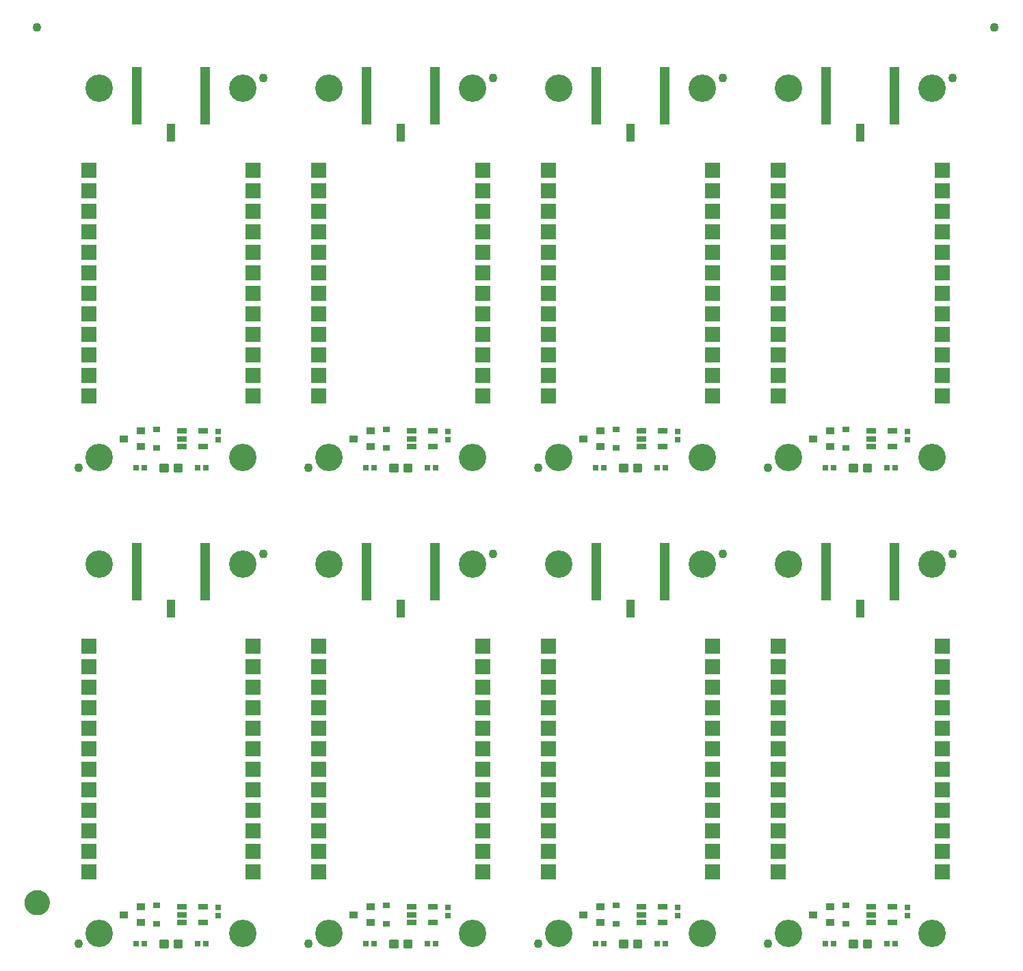
<source format=gts>
G04 EAGLE Gerber RS-274X export*
G75*
%MOMM*%
%FSLAX34Y34*%
%LPD*%
%INSoldermask Top*%
%IPPOS*%
%AMOC8*
5,1,8,0,0,1.08239X$1,22.5*%
G01*
%ADD10C,3.402000*%
%ADD11C,1.100000*%
%ADD12R,0.700000X0.700000*%
%ADD13C,0.396000*%
%ADD14R,1.250000X7.100000*%
%ADD15R,1.000000X2.300000*%
%ADD16R,1.878000X1.878000*%
%ADD17R,1.300000X0.650000*%
%ADD18R,0.930000X0.730000*%
%ADD19R,1.000000X0.900000*%
%ADD20C,1.270000*%
%ADD21C,1.600000*%


D10*
X50800Y25400D03*
X228600Y25400D03*
X228600Y482600D03*
X50800Y482600D03*
X335280Y25400D03*
X513080Y25400D03*
X513080Y482600D03*
X335280Y482600D03*
X619760Y25400D03*
X797560Y25400D03*
X797560Y482600D03*
X619760Y482600D03*
X904240Y25400D03*
X1082040Y25400D03*
X1082040Y482600D03*
X904240Y482600D03*
X50800Y614680D03*
X228600Y614680D03*
X228600Y1071880D03*
X50800Y1071880D03*
X335280Y614680D03*
X513080Y614680D03*
X513080Y1071880D03*
X335280Y1071880D03*
X619760Y614680D03*
X797560Y614680D03*
X797560Y1071880D03*
X619760Y1071880D03*
X904240Y614680D03*
X1082040Y614680D03*
X1082040Y1071880D03*
X904240Y1071880D03*
D11*
X254000Y495300D03*
X25400Y12700D03*
D12*
X172800Y12700D03*
X182800Y12700D03*
D13*
X134450Y16220D02*
X134450Y9180D01*
X127410Y9180D01*
X127410Y16220D01*
X134450Y16220D01*
X134450Y12942D02*
X127410Y12942D01*
X151990Y16220D02*
X151990Y9180D01*
X144950Y9180D01*
X144950Y16220D01*
X151990Y16220D01*
X151990Y12942D02*
X144950Y12942D01*
D14*
X97200Y473000D03*
D15*
X139700Y427000D03*
D14*
X182200Y473000D03*
D16*
X38100Y381000D03*
X38100Y355600D03*
X38100Y330200D03*
X38100Y304800D03*
X38100Y279400D03*
X38100Y254000D03*
X38100Y228600D03*
X38100Y203200D03*
X38100Y177800D03*
X38100Y152400D03*
X38100Y127000D03*
X38100Y101600D03*
X241300Y101600D03*
X241300Y127000D03*
X241300Y152400D03*
X241300Y177800D03*
X241300Y203200D03*
X241300Y228600D03*
X241300Y254000D03*
X241300Y279400D03*
X241300Y304800D03*
X241300Y330200D03*
X241300Y355600D03*
X241300Y381000D03*
D17*
X153369Y57760D03*
X153369Y48260D03*
X153369Y38760D03*
X179371Y38760D03*
X179371Y57760D03*
D12*
X198120Y57070D03*
X198120Y47070D03*
D18*
X121920Y59760D03*
X121920Y36760D03*
D19*
X102710Y38760D03*
X102710Y57760D03*
X81710Y48260D03*
D12*
X106600Y12700D03*
X96600Y12700D03*
D11*
X538480Y495300D03*
X309880Y12700D03*
D12*
X457280Y12700D03*
X467280Y12700D03*
D13*
X418930Y16220D02*
X418930Y9180D01*
X411890Y9180D01*
X411890Y16220D01*
X418930Y16220D01*
X418930Y12942D02*
X411890Y12942D01*
X436470Y16220D02*
X436470Y9180D01*
X429430Y9180D01*
X429430Y16220D01*
X436470Y16220D01*
X436470Y12942D02*
X429430Y12942D01*
D14*
X381680Y473000D03*
D15*
X424180Y427000D03*
D14*
X466680Y473000D03*
D16*
X322580Y381000D03*
X322580Y355600D03*
X322580Y330200D03*
X322580Y304800D03*
X322580Y279400D03*
X322580Y254000D03*
X322580Y228600D03*
X322580Y203200D03*
X322580Y177800D03*
X322580Y152400D03*
X322580Y127000D03*
X322580Y101600D03*
X525780Y101600D03*
X525780Y127000D03*
X525780Y152400D03*
X525780Y177800D03*
X525780Y203200D03*
X525780Y228600D03*
X525780Y254000D03*
X525780Y279400D03*
X525780Y304800D03*
X525780Y330200D03*
X525780Y355600D03*
X525780Y381000D03*
D17*
X437849Y57760D03*
X437849Y48260D03*
X437849Y38760D03*
X463851Y38760D03*
X463851Y57760D03*
D12*
X482600Y57070D03*
X482600Y47070D03*
D18*
X406400Y59760D03*
X406400Y36760D03*
D19*
X387190Y38760D03*
X387190Y57760D03*
X366190Y48260D03*
D12*
X391080Y12700D03*
X381080Y12700D03*
D11*
X822960Y495300D03*
X594360Y12700D03*
D12*
X741760Y12700D03*
X751760Y12700D03*
D13*
X703410Y16220D02*
X703410Y9180D01*
X696370Y9180D01*
X696370Y16220D01*
X703410Y16220D01*
X703410Y12942D02*
X696370Y12942D01*
X720950Y16220D02*
X720950Y9180D01*
X713910Y9180D01*
X713910Y16220D01*
X720950Y16220D01*
X720950Y12942D02*
X713910Y12942D01*
D14*
X666160Y473000D03*
D15*
X708660Y427000D03*
D14*
X751160Y473000D03*
D16*
X607060Y381000D03*
X607060Y355600D03*
X607060Y330200D03*
X607060Y304800D03*
X607060Y279400D03*
X607060Y254000D03*
X607060Y228600D03*
X607060Y203200D03*
X607060Y177800D03*
X607060Y152400D03*
X607060Y127000D03*
X607060Y101600D03*
X810260Y101600D03*
X810260Y127000D03*
X810260Y152400D03*
X810260Y177800D03*
X810260Y203200D03*
X810260Y228600D03*
X810260Y254000D03*
X810260Y279400D03*
X810260Y304800D03*
X810260Y330200D03*
X810260Y355600D03*
X810260Y381000D03*
D17*
X722329Y57760D03*
X722329Y48260D03*
X722329Y38760D03*
X748331Y38760D03*
X748331Y57760D03*
D12*
X767080Y57070D03*
X767080Y47070D03*
D18*
X690880Y59760D03*
X690880Y36760D03*
D19*
X671670Y38760D03*
X671670Y57760D03*
X650670Y48260D03*
D12*
X675560Y12700D03*
X665560Y12700D03*
D11*
X1107440Y495300D03*
X878840Y12700D03*
D12*
X1026240Y12700D03*
X1036240Y12700D03*
D13*
X987890Y16220D02*
X987890Y9180D01*
X980850Y9180D01*
X980850Y16220D01*
X987890Y16220D01*
X987890Y12942D02*
X980850Y12942D01*
X1005430Y16220D02*
X1005430Y9180D01*
X998390Y9180D01*
X998390Y16220D01*
X1005430Y16220D01*
X1005430Y12942D02*
X998390Y12942D01*
D14*
X950640Y473000D03*
D15*
X993140Y427000D03*
D14*
X1035640Y473000D03*
D16*
X891540Y381000D03*
X891540Y355600D03*
X891540Y330200D03*
X891540Y304800D03*
X891540Y279400D03*
X891540Y254000D03*
X891540Y228600D03*
X891540Y203200D03*
X891540Y177800D03*
X891540Y152400D03*
X891540Y127000D03*
X891540Y101600D03*
X1094740Y101600D03*
X1094740Y127000D03*
X1094740Y152400D03*
X1094740Y177800D03*
X1094740Y203200D03*
X1094740Y228600D03*
X1094740Y254000D03*
X1094740Y279400D03*
X1094740Y304800D03*
X1094740Y330200D03*
X1094740Y355600D03*
X1094740Y381000D03*
D17*
X1006809Y57760D03*
X1006809Y48260D03*
X1006809Y38760D03*
X1032811Y38760D03*
X1032811Y57760D03*
D12*
X1051560Y57070D03*
X1051560Y47070D03*
D18*
X975360Y59760D03*
X975360Y36760D03*
D19*
X956150Y38760D03*
X956150Y57760D03*
X935150Y48260D03*
D12*
X960040Y12700D03*
X950040Y12700D03*
D11*
X254000Y1084580D03*
X25400Y601980D03*
D12*
X172800Y601980D03*
X182800Y601980D03*
D13*
X134450Y605500D02*
X134450Y598460D01*
X127410Y598460D01*
X127410Y605500D01*
X134450Y605500D01*
X134450Y602222D02*
X127410Y602222D01*
X151990Y605500D02*
X151990Y598460D01*
X144950Y598460D01*
X144950Y605500D01*
X151990Y605500D01*
X151990Y602222D02*
X144950Y602222D01*
D14*
X97200Y1062280D03*
D15*
X139700Y1016280D03*
D14*
X182200Y1062280D03*
D16*
X38100Y970280D03*
X38100Y944880D03*
X38100Y919480D03*
X38100Y894080D03*
X38100Y868680D03*
X38100Y843280D03*
X38100Y817880D03*
X38100Y792480D03*
X38100Y767080D03*
X38100Y741680D03*
X38100Y716280D03*
X38100Y690880D03*
X241300Y690880D03*
X241300Y716280D03*
X241300Y741680D03*
X241300Y767080D03*
X241300Y792480D03*
X241300Y817880D03*
X241300Y843280D03*
X241300Y868680D03*
X241300Y894080D03*
X241300Y919480D03*
X241300Y944880D03*
X241300Y970280D03*
D17*
X153369Y647040D03*
X153369Y637540D03*
X153369Y628040D03*
X179371Y628040D03*
X179371Y647040D03*
D12*
X198120Y646350D03*
X198120Y636350D03*
D18*
X121920Y649040D03*
X121920Y626040D03*
D19*
X102710Y628040D03*
X102710Y647040D03*
X81710Y637540D03*
D12*
X106600Y601980D03*
X96600Y601980D03*
D11*
X538480Y1084580D03*
X309880Y601980D03*
D12*
X457280Y601980D03*
X467280Y601980D03*
D13*
X418930Y605500D02*
X418930Y598460D01*
X411890Y598460D01*
X411890Y605500D01*
X418930Y605500D01*
X418930Y602222D02*
X411890Y602222D01*
X436470Y605500D02*
X436470Y598460D01*
X429430Y598460D01*
X429430Y605500D01*
X436470Y605500D01*
X436470Y602222D02*
X429430Y602222D01*
D14*
X381680Y1062280D03*
D15*
X424180Y1016280D03*
D14*
X466680Y1062280D03*
D16*
X322580Y970280D03*
X322580Y944880D03*
X322580Y919480D03*
X322580Y894080D03*
X322580Y868680D03*
X322580Y843280D03*
X322580Y817880D03*
X322580Y792480D03*
X322580Y767080D03*
X322580Y741680D03*
X322580Y716280D03*
X322580Y690880D03*
X525780Y690880D03*
X525780Y716280D03*
X525780Y741680D03*
X525780Y767080D03*
X525780Y792480D03*
X525780Y817880D03*
X525780Y843280D03*
X525780Y868680D03*
X525780Y894080D03*
X525780Y919480D03*
X525780Y944880D03*
X525780Y970280D03*
D17*
X437849Y647040D03*
X437849Y637540D03*
X437849Y628040D03*
X463851Y628040D03*
X463851Y647040D03*
D12*
X482600Y646350D03*
X482600Y636350D03*
D18*
X406400Y649040D03*
X406400Y626040D03*
D19*
X387190Y628040D03*
X387190Y647040D03*
X366190Y637540D03*
D12*
X391080Y601980D03*
X381080Y601980D03*
D11*
X822960Y1084580D03*
X594360Y601980D03*
D12*
X741760Y601980D03*
X751760Y601980D03*
D13*
X703410Y605500D02*
X703410Y598460D01*
X696370Y598460D01*
X696370Y605500D01*
X703410Y605500D01*
X703410Y602222D02*
X696370Y602222D01*
X720950Y605500D02*
X720950Y598460D01*
X713910Y598460D01*
X713910Y605500D01*
X720950Y605500D01*
X720950Y602222D02*
X713910Y602222D01*
D14*
X666160Y1062280D03*
D15*
X708660Y1016280D03*
D14*
X751160Y1062280D03*
D16*
X607060Y970280D03*
X607060Y944880D03*
X607060Y919480D03*
X607060Y894080D03*
X607060Y868680D03*
X607060Y843280D03*
X607060Y817880D03*
X607060Y792480D03*
X607060Y767080D03*
X607060Y741680D03*
X607060Y716280D03*
X607060Y690880D03*
X810260Y690880D03*
X810260Y716280D03*
X810260Y741680D03*
X810260Y767080D03*
X810260Y792480D03*
X810260Y817880D03*
X810260Y843280D03*
X810260Y868680D03*
X810260Y894080D03*
X810260Y919480D03*
X810260Y944880D03*
X810260Y970280D03*
D17*
X722329Y647040D03*
X722329Y637540D03*
X722329Y628040D03*
X748331Y628040D03*
X748331Y647040D03*
D12*
X767080Y646350D03*
X767080Y636350D03*
D18*
X690880Y649040D03*
X690880Y626040D03*
D19*
X671670Y628040D03*
X671670Y647040D03*
X650670Y637540D03*
D12*
X675560Y601980D03*
X665560Y601980D03*
D11*
X1107440Y1084580D03*
X878840Y601980D03*
D12*
X1026240Y601980D03*
X1036240Y601980D03*
D13*
X987890Y605500D02*
X987890Y598460D01*
X980850Y598460D01*
X980850Y605500D01*
X987890Y605500D01*
X987890Y602222D02*
X980850Y602222D01*
X1005430Y605500D02*
X1005430Y598460D01*
X998390Y598460D01*
X998390Y605500D01*
X1005430Y605500D01*
X1005430Y602222D02*
X998390Y602222D01*
D14*
X950640Y1062280D03*
D15*
X993140Y1016280D03*
D14*
X1035640Y1062280D03*
D16*
X891540Y970280D03*
X891540Y944880D03*
X891540Y919480D03*
X891540Y894080D03*
X891540Y868680D03*
X891540Y843280D03*
X891540Y817880D03*
X891540Y792480D03*
X891540Y767080D03*
X891540Y741680D03*
X891540Y716280D03*
X891540Y690880D03*
X1094740Y690880D03*
X1094740Y716280D03*
X1094740Y741680D03*
X1094740Y767080D03*
X1094740Y792480D03*
X1094740Y817880D03*
X1094740Y843280D03*
X1094740Y868680D03*
X1094740Y894080D03*
X1094740Y919480D03*
X1094740Y944880D03*
X1094740Y970280D03*
D17*
X1006809Y647040D03*
X1006809Y637540D03*
X1006809Y628040D03*
X1032811Y628040D03*
X1032811Y647040D03*
D12*
X1051560Y646350D03*
X1051560Y636350D03*
D18*
X975360Y649040D03*
X975360Y626040D03*
D19*
X956150Y628040D03*
X956150Y647040D03*
X935150Y637540D03*
D12*
X960040Y601980D03*
X950040Y601980D03*
D11*
X-26238Y1146810D03*
X1159078Y1146810D03*
D20*
X-35293Y63500D02*
X-35290Y63722D01*
X-35282Y63944D01*
X-35268Y64166D01*
X-35249Y64388D01*
X-35225Y64608D01*
X-35195Y64829D01*
X-35160Y65048D01*
X-35119Y65267D01*
X-35073Y65484D01*
X-35022Y65700D01*
X-34965Y65915D01*
X-34903Y66129D01*
X-34836Y66340D01*
X-34764Y66551D01*
X-34686Y66759D01*
X-34604Y66965D01*
X-34516Y67169D01*
X-34424Y67372D01*
X-34326Y67571D01*
X-34224Y67768D01*
X-34117Y67963D01*
X-34005Y68155D01*
X-33888Y68344D01*
X-33767Y68531D01*
X-33641Y68714D01*
X-33511Y68894D01*
X-33376Y69071D01*
X-33238Y69244D01*
X-33095Y69414D01*
X-32947Y69581D01*
X-32796Y69744D01*
X-32641Y69903D01*
X-32482Y70058D01*
X-32319Y70209D01*
X-32152Y70357D01*
X-31982Y70500D01*
X-31809Y70638D01*
X-31632Y70773D01*
X-31452Y70903D01*
X-31269Y71029D01*
X-31082Y71150D01*
X-30893Y71267D01*
X-30701Y71379D01*
X-30506Y71486D01*
X-30309Y71588D01*
X-30110Y71686D01*
X-29907Y71778D01*
X-29703Y71866D01*
X-29497Y71948D01*
X-29289Y72026D01*
X-29078Y72098D01*
X-28867Y72165D01*
X-28653Y72227D01*
X-28438Y72284D01*
X-28222Y72335D01*
X-28005Y72381D01*
X-27786Y72422D01*
X-27567Y72457D01*
X-27346Y72487D01*
X-27126Y72511D01*
X-26904Y72530D01*
X-26682Y72544D01*
X-26460Y72552D01*
X-26238Y72555D01*
X-26016Y72552D01*
X-25794Y72544D01*
X-25572Y72530D01*
X-25350Y72511D01*
X-25130Y72487D01*
X-24909Y72457D01*
X-24690Y72422D01*
X-24471Y72381D01*
X-24254Y72335D01*
X-24038Y72284D01*
X-23823Y72227D01*
X-23609Y72165D01*
X-23398Y72098D01*
X-23187Y72026D01*
X-22979Y71948D01*
X-22773Y71866D01*
X-22569Y71778D01*
X-22366Y71686D01*
X-22167Y71588D01*
X-21970Y71486D01*
X-21775Y71379D01*
X-21583Y71267D01*
X-21394Y71150D01*
X-21207Y71029D01*
X-21024Y70903D01*
X-20844Y70773D01*
X-20667Y70638D01*
X-20494Y70500D01*
X-20324Y70357D01*
X-20157Y70209D01*
X-19994Y70058D01*
X-19835Y69903D01*
X-19680Y69744D01*
X-19529Y69581D01*
X-19381Y69414D01*
X-19238Y69244D01*
X-19100Y69071D01*
X-18965Y68894D01*
X-18835Y68714D01*
X-18709Y68531D01*
X-18588Y68344D01*
X-18471Y68155D01*
X-18359Y67963D01*
X-18252Y67768D01*
X-18150Y67571D01*
X-18052Y67372D01*
X-17960Y67169D01*
X-17872Y66965D01*
X-17790Y66759D01*
X-17712Y66551D01*
X-17640Y66340D01*
X-17573Y66129D01*
X-17511Y65915D01*
X-17454Y65700D01*
X-17403Y65484D01*
X-17357Y65267D01*
X-17316Y65048D01*
X-17281Y64829D01*
X-17251Y64608D01*
X-17227Y64388D01*
X-17208Y64166D01*
X-17194Y63944D01*
X-17186Y63722D01*
X-17183Y63500D01*
X-17186Y63278D01*
X-17194Y63056D01*
X-17208Y62834D01*
X-17227Y62612D01*
X-17251Y62392D01*
X-17281Y62171D01*
X-17316Y61952D01*
X-17357Y61733D01*
X-17403Y61516D01*
X-17454Y61300D01*
X-17511Y61085D01*
X-17573Y60871D01*
X-17640Y60660D01*
X-17712Y60449D01*
X-17790Y60241D01*
X-17872Y60035D01*
X-17960Y59831D01*
X-18052Y59628D01*
X-18150Y59429D01*
X-18252Y59232D01*
X-18359Y59037D01*
X-18471Y58845D01*
X-18588Y58656D01*
X-18709Y58469D01*
X-18835Y58286D01*
X-18965Y58106D01*
X-19100Y57929D01*
X-19238Y57756D01*
X-19381Y57586D01*
X-19529Y57419D01*
X-19680Y57256D01*
X-19835Y57097D01*
X-19994Y56942D01*
X-20157Y56791D01*
X-20324Y56643D01*
X-20494Y56500D01*
X-20667Y56362D01*
X-20844Y56227D01*
X-21024Y56097D01*
X-21207Y55971D01*
X-21394Y55850D01*
X-21583Y55733D01*
X-21775Y55621D01*
X-21970Y55514D01*
X-22167Y55412D01*
X-22366Y55314D01*
X-22569Y55222D01*
X-22773Y55134D01*
X-22979Y55052D01*
X-23187Y54974D01*
X-23398Y54902D01*
X-23609Y54835D01*
X-23823Y54773D01*
X-24038Y54716D01*
X-24254Y54665D01*
X-24471Y54619D01*
X-24690Y54578D01*
X-24909Y54543D01*
X-25130Y54513D01*
X-25350Y54489D01*
X-25572Y54470D01*
X-25794Y54456D01*
X-26016Y54448D01*
X-26238Y54445D01*
X-26460Y54448D01*
X-26682Y54456D01*
X-26904Y54470D01*
X-27126Y54489D01*
X-27346Y54513D01*
X-27567Y54543D01*
X-27786Y54578D01*
X-28005Y54619D01*
X-28222Y54665D01*
X-28438Y54716D01*
X-28653Y54773D01*
X-28867Y54835D01*
X-29078Y54902D01*
X-29289Y54974D01*
X-29497Y55052D01*
X-29703Y55134D01*
X-29907Y55222D01*
X-30110Y55314D01*
X-30309Y55412D01*
X-30506Y55514D01*
X-30701Y55621D01*
X-30893Y55733D01*
X-31082Y55850D01*
X-31269Y55971D01*
X-31452Y56097D01*
X-31632Y56227D01*
X-31809Y56362D01*
X-31982Y56500D01*
X-32152Y56643D01*
X-32319Y56791D01*
X-32482Y56942D01*
X-32641Y57097D01*
X-32796Y57256D01*
X-32947Y57419D01*
X-33095Y57586D01*
X-33238Y57756D01*
X-33376Y57929D01*
X-33511Y58106D01*
X-33641Y58286D01*
X-33767Y58469D01*
X-33888Y58656D01*
X-34005Y58845D01*
X-34117Y59037D01*
X-34224Y59232D01*
X-34326Y59429D01*
X-34424Y59628D01*
X-34516Y59831D01*
X-34604Y60035D01*
X-34686Y60241D01*
X-34764Y60449D01*
X-34836Y60660D01*
X-34903Y60871D01*
X-34965Y61085D01*
X-35022Y61300D01*
X-35073Y61516D01*
X-35119Y61733D01*
X-35160Y61952D01*
X-35195Y62171D01*
X-35225Y62392D01*
X-35249Y62612D01*
X-35268Y62834D01*
X-35282Y63056D01*
X-35290Y63278D01*
X-35293Y63500D01*
D21*
X-26238Y63500D03*
M02*

</source>
